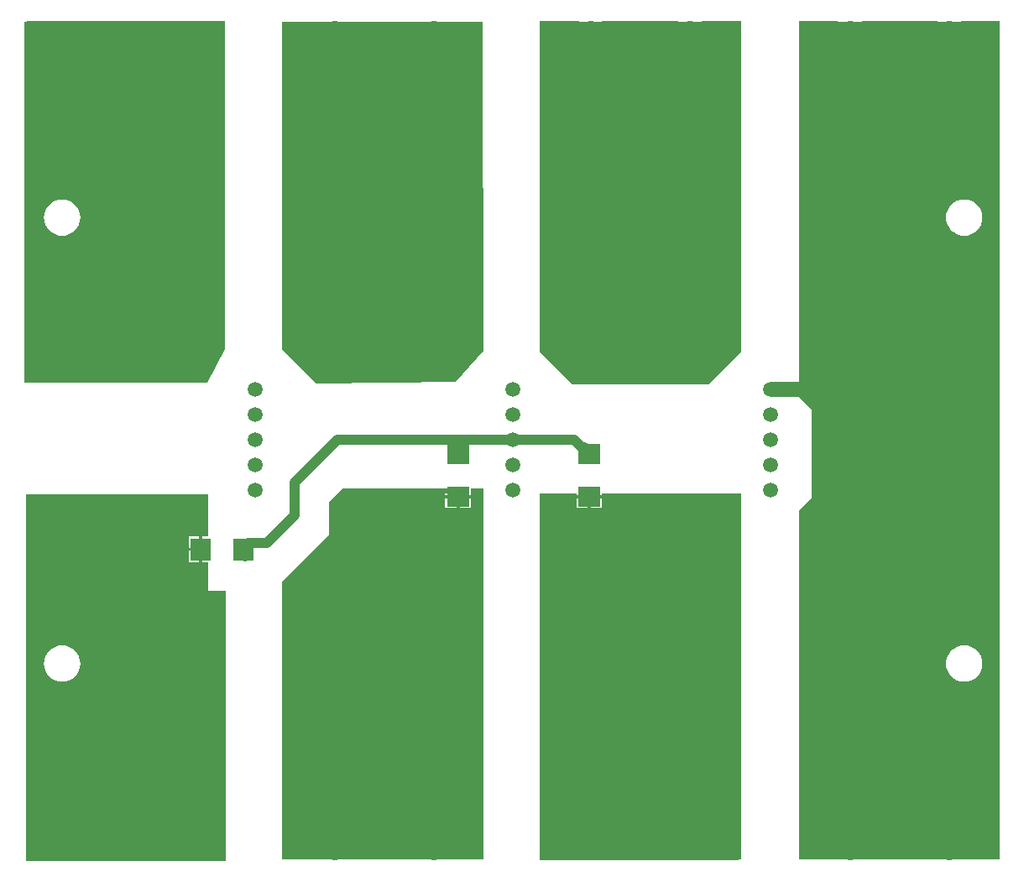
<source format=gbr>
%TF.GenerationSoftware,Altium Limited,Altium Designer,21.6.4 (81)*%
G04 Layer_Physical_Order=1*
G04 Layer_Color=255*
%FSLAX43Y43*%
%MOMM*%
%TF.SameCoordinates,1AC814DF-7433-4E0E-8A45-847F92D72221*%
%TF.FilePolarity,Positive*%
%TF.FileFunction,Copper,L1,Top,Signal*%
%TF.Part,Single*%
G01*
G75*
%TA.AperFunction,SMDPad,CuDef*%
%ADD10R,2.300X2.000*%
%ADD11R,2.000X2.300*%
%TA.AperFunction,Conductor*%
%ADD12C,1.000*%
%ADD13R,3.325X0.564*%
%ADD14R,20.123X15.977*%
%ADD15R,20.242X15.815*%
%ADD16R,20.051X15.773*%
%ADD17R,20.269X15.803*%
%ADD18R,20.200X15.826*%
%ADD19R,20.150X15.977*%
%ADD20R,20.179X15.784*%
%ADD21R,20.047X15.795*%
%ADD22R,6.845X1.500*%
%TA.AperFunction,ComponentPad*%
%ADD23O,5.080X5.588*%
%ADD24C,1.500*%
%TA.AperFunction,ViaPad*%
%ADD25C,1.800*%
G36*
X73969Y63811D02*
Y51897D01*
X70739Y48666D01*
X57000D01*
X53700Y51966D01*
Y85325D01*
X57676D01*
X57701Y85198D01*
X57605Y85158D01*
X57244Y84937D01*
X56922Y84662D01*
X56647Y84340D01*
X56426Y83979D01*
X56264Y83588D01*
X56165Y83176D01*
X56132Y82754D01*
Y82650D01*
X58830D01*
X61529D01*
Y82754D01*
X61495Y83176D01*
X61396Y83588D01*
X61234Y83979D01*
X61013Y84340D01*
X60738Y84662D01*
X60416Y84937D01*
X60055Y85158D01*
X59959Y85198D01*
X59985Y85325D01*
X67676D01*
X67701Y85198D01*
X67605Y85158D01*
X67244Y84937D01*
X66922Y84662D01*
X66647Y84340D01*
X66426Y83979D01*
X66264Y83588D01*
X66165Y83176D01*
X66132Y82754D01*
Y82650D01*
X68830D01*
X71529D01*
Y82754D01*
X71495Y83176D01*
X71396Y83588D01*
X71234Y83979D01*
X71013Y84340D01*
X70738Y84662D01*
X70416Y84937D01*
X70055Y85158D01*
X69959Y85198D01*
X69985Y85325D01*
X73969D01*
Y63811D01*
D02*
G37*
G36*
X100080Y21056D02*
X100080Y718D01*
X96250D01*
X96225Y842D01*
X96586Y1063D01*
X96908Y1338D01*
X97183Y1660D01*
X97404Y2021D01*
X97566Y2412D01*
X97665Y2824D01*
X97698Y3246D01*
Y3350D01*
X92302D01*
Y3246D01*
X92335Y2824D01*
X92434Y2412D01*
X92596Y2021D01*
X92817Y1660D01*
X93092Y1338D01*
X93414Y1063D01*
X93775Y842D01*
X93750Y718D01*
X86250D01*
X86225Y842D01*
X86586Y1063D01*
X86908Y1338D01*
X87183Y1660D01*
X87404Y2021D01*
X87566Y2412D01*
X87665Y2824D01*
X87698Y3246D01*
Y3350D01*
X82302D01*
Y3246D01*
X82335Y2824D01*
X82434Y2412D01*
X82596Y2021D01*
X82817Y1660D01*
X83092Y1338D01*
X83414Y1063D01*
X83775Y842D01*
X83750Y718D01*
X79842D01*
Y35999D01*
X81125Y37282D01*
Y46127D01*
X79842Y47410D01*
Y85293D01*
X83775D01*
X83800Y85169D01*
X83775Y85158D01*
X83414Y84937D01*
X83092Y84662D01*
X82817Y84340D01*
X82596Y83979D01*
X82434Y83588D01*
X82335Y83176D01*
X82302Y82754D01*
Y82650D01*
X85000D01*
X87698D01*
Y82754D01*
X87665Y83176D01*
X87566Y83588D01*
X87404Y83979D01*
X87183Y84340D01*
X86908Y84662D01*
X86586Y84937D01*
X86225Y85158D01*
X86200Y85169D01*
X86225Y85293D01*
X93775D01*
X93800Y85169D01*
X93775Y85158D01*
X93414Y84937D01*
X93092Y84662D01*
X92817Y84340D01*
X92596Y83979D01*
X92434Y83588D01*
X92335Y83176D01*
X92302Y82754D01*
Y82650D01*
X95000D01*
X97698D01*
Y82754D01*
X97665Y83176D01*
X97566Y83588D01*
X97404Y83979D01*
X97183Y84340D01*
X96908Y84662D01*
X96586Y84937D01*
X96225Y85158D01*
X96200Y85169D01*
X96225Y85293D01*
X100080D01*
Y21056D01*
D02*
G37*
G36*
X47982Y52023D02*
X45199Y48908D01*
X31139Y48786D01*
X27700Y52225D01*
X27700Y85228D01*
X31646D01*
X31681Y85101D01*
X31414Y84937D01*
X31092Y84662D01*
X30817Y84340D01*
X30596Y83979D01*
X30434Y83588D01*
X30335Y83176D01*
X30302Y82754D01*
Y82650D01*
X33000D01*
X35698D01*
Y82754D01*
X35665Y83176D01*
X35566Y83588D01*
X35404Y83979D01*
X35183Y84340D01*
X34908Y84662D01*
X34586Y84937D01*
X34319Y85101D01*
X34354Y85228D01*
X41646D01*
X41681Y85101D01*
X41414Y84937D01*
X41092Y84662D01*
X40817Y84340D01*
X40596Y83979D01*
X40434Y83588D01*
X40335Y83176D01*
X40302Y82754D01*
Y82650D01*
X43000D01*
X45698D01*
Y82754D01*
X45665Y83176D01*
X45566Y83588D01*
X45404Y83979D01*
X45183Y84340D01*
X44908Y84662D01*
X44586Y84937D01*
X44319Y85101D01*
X44354Y85228D01*
X47938D01*
X47982Y52023D01*
D02*
G37*
G36*
X21969Y63714D02*
Y52234D01*
X20178Y48870D01*
X1700D01*
Y85228D01*
X5646D01*
X5681Y85101D01*
X5414Y84937D01*
X5092Y84662D01*
X4817Y84340D01*
X4596Y83979D01*
X4434Y83588D01*
X4335Y83176D01*
X4302Y82754D01*
Y82650D01*
X7000D01*
X9698D01*
Y82754D01*
X9665Y83176D01*
X9566Y83588D01*
X9404Y83979D01*
X9183Y84340D01*
X8908Y84662D01*
X8586Y84937D01*
X8319Y85101D01*
X8354Y85228D01*
X15646D01*
X15681Y85101D01*
X15414Y84937D01*
X15092Y84662D01*
X14817Y84340D01*
X14596Y83979D01*
X14434Y83588D01*
X14335Y83176D01*
X14302Y82754D01*
Y82650D01*
X17000D01*
X19698D01*
Y82754D01*
X19665Y83176D01*
X19566Y83588D01*
X19404Y83979D01*
X19183Y84340D01*
X18908Y84662D01*
X18586Y84937D01*
X18319Y85101D01*
X18354Y85228D01*
X21969D01*
Y63714D01*
D02*
G37*
G36*
X48005Y27922D02*
X47969Y720D01*
X44298D01*
X44232Y840D01*
X44233Y847D01*
X44586Y1063D01*
X44908Y1338D01*
X45183Y1660D01*
X45404Y2021D01*
X45566Y2412D01*
X45665Y2824D01*
X45698Y3246D01*
Y3350D01*
X40302D01*
Y3246D01*
X40335Y2824D01*
X40434Y2412D01*
X40596Y2021D01*
X40817Y1660D01*
X41092Y1338D01*
X41414Y1063D01*
X41767Y847D01*
X41768Y840D01*
X41702Y720D01*
X34298D01*
X34232Y840D01*
X34233Y847D01*
X34586Y1063D01*
X34908Y1338D01*
X35183Y1660D01*
X35404Y2021D01*
X35566Y2412D01*
X35665Y2824D01*
X35698Y3246D01*
Y3350D01*
X30302D01*
Y3246D01*
X30335Y2824D01*
X30434Y2412D01*
X30596Y2021D01*
X30817Y1660D01*
X31092Y1338D01*
X31414Y1063D01*
X31767Y847D01*
X31768Y840D01*
X31702Y720D01*
X27720D01*
Y28787D01*
X32440Y33507D01*
X32435Y36835D01*
X33775Y38175D01*
X44150D01*
Y37500D01*
X45450D01*
X46750D01*
Y38175D01*
X48005D01*
Y27922D01*
D02*
G37*
G36*
X73969Y20675D02*
X73969Y720D01*
X70234Y716D01*
X70209Y841D01*
X70211Y842D01*
X70572Y1063D01*
X70894Y1338D01*
X71169Y1660D01*
X71391Y2021D01*
X71553Y2412D01*
X71651Y2824D01*
X71685Y3246D01*
Y3350D01*
X66288D01*
Y3246D01*
X66321Y2824D01*
X66420Y2412D01*
X66582Y2021D01*
X66803Y1660D01*
X67078Y1338D01*
X67400Y1063D01*
X67761Y842D01*
X67770Y838D01*
X67745Y714D01*
X60210Y706D01*
X60185Y831D01*
X60211Y842D01*
X60572Y1063D01*
X60894Y1338D01*
X61169Y1660D01*
X61391Y2021D01*
X61553Y2412D01*
X61652Y2824D01*
X61685Y3246D01*
Y3350D01*
X56288D01*
Y3246D01*
X56321Y2824D01*
X56420Y2412D01*
X56582Y2021D01*
X56803Y1660D01*
X57078Y1338D01*
X57400Y1063D01*
X57761Y842D01*
X57793Y829D01*
X57769Y704D01*
X53790Y700D01*
X53700Y790D01*
Y27884D01*
Y37675D01*
X57367D01*
Y37500D01*
X58667D01*
X59967D01*
Y37675D01*
X73969D01*
Y20675D01*
D02*
G37*
G36*
X20275Y33325D02*
X19615D01*
Y32025D01*
Y30725D01*
X20275D01*
Y27837D01*
X21978D01*
Y701D01*
X18211D01*
X18186Y826D01*
X18225Y842D01*
X18586Y1063D01*
X18908Y1338D01*
X19183Y1660D01*
X19404Y2021D01*
X19566Y2412D01*
X19665Y2824D01*
X19698Y3246D01*
Y3350D01*
X14302D01*
Y3246D01*
X14335Y2824D01*
X14434Y2412D01*
X14596Y2021D01*
X14817Y1660D01*
X15092Y1338D01*
X15414Y1063D01*
X15775Y842D01*
X15814Y826D01*
X15789Y701D01*
X8211D01*
X8186Y826D01*
X8225Y842D01*
X8586Y1063D01*
X8908Y1338D01*
X9183Y1660D01*
X9404Y2021D01*
X9566Y2412D01*
X9665Y2824D01*
X9698Y3246D01*
Y3350D01*
X4302D01*
Y3246D01*
X4335Y2824D01*
X4434Y2412D01*
X4596Y2021D01*
X4817Y1660D01*
X5092Y1338D01*
X5414Y1063D01*
X5775Y842D01*
X5814Y826D01*
X5789Y701D01*
X1854D01*
Y37550D01*
X20275D01*
Y33325D01*
D02*
G37*
%LPC*%
G36*
X68680Y82350D02*
X66132D01*
Y82246D01*
X66165Y81824D01*
X66264Y81412D01*
X66426Y81021D01*
X66647Y80660D01*
X66922Y80338D01*
X67244Y80063D01*
X67605Y79842D01*
X67996Y79680D01*
X68408Y79581D01*
X68680Y79559D01*
Y82350D01*
D02*
G37*
G36*
X58680D02*
X56132D01*
Y82246D01*
X56165Y81824D01*
X56264Y81412D01*
X56426Y81021D01*
X56647Y80660D01*
X56922Y80338D01*
X57244Y80063D01*
X57605Y79842D01*
X57996Y79680D01*
X58408Y79581D01*
X58680Y79559D01*
Y82350D01*
D02*
G37*
G36*
X71529D02*
X68980D01*
Y79559D01*
X69252Y79581D01*
X69664Y79680D01*
X70055Y79842D01*
X70416Y80063D01*
X70738Y80338D01*
X71013Y80660D01*
X71234Y81021D01*
X71396Y81412D01*
X71495Y81824D01*
X71529Y82246D01*
Y82350D01*
D02*
G37*
G36*
X61529D02*
X58980D01*
Y79559D01*
X59252Y79581D01*
X59664Y79680D01*
X60055Y79842D01*
X60416Y80063D01*
X60738Y80338D01*
X61013Y80660D01*
X61234Y81021D01*
X61396Y81412D01*
X61495Y81824D01*
X61529Y82246D01*
Y82350D01*
D02*
G37*
G36*
X68980Y75441D02*
Y72650D01*
X71529D01*
Y72754D01*
X71495Y73176D01*
X71396Y73588D01*
X71234Y73979D01*
X71013Y74340D01*
X70738Y74662D01*
X70416Y74937D01*
X70055Y75158D01*
X69664Y75320D01*
X69252Y75419D01*
X68980Y75441D01*
D02*
G37*
G36*
X58980D02*
Y72650D01*
X61529D01*
Y72754D01*
X61495Y73176D01*
X61396Y73588D01*
X61234Y73979D01*
X61013Y74340D01*
X60738Y74662D01*
X60416Y74937D01*
X60055Y75158D01*
X59664Y75320D01*
X59252Y75419D01*
X58980Y75441D01*
D02*
G37*
G36*
X68680Y75441D02*
X68408Y75419D01*
X67996Y75320D01*
X67605Y75158D01*
X67244Y74937D01*
X66922Y74662D01*
X66647Y74340D01*
X66426Y73979D01*
X66264Y73588D01*
X66165Y73176D01*
X66132Y72754D01*
Y72650D01*
X68680D01*
Y75441D01*
D02*
G37*
G36*
X58680D02*
X58408Y75419D01*
X57996Y75320D01*
X57605Y75158D01*
X57244Y74937D01*
X56922Y74662D01*
X56647Y74340D01*
X56426Y73979D01*
X56264Y73588D01*
X56165Y73176D01*
X56132Y72754D01*
Y72650D01*
X58680D01*
Y75441D01*
D02*
G37*
G36*
X68680Y72350D02*
X66132D01*
Y72246D01*
X66165Y71824D01*
X66264Y71412D01*
X66426Y71021D01*
X66647Y70660D01*
X66922Y70338D01*
X67244Y70063D01*
X67605Y69842D01*
X67996Y69680D01*
X68408Y69581D01*
X68680Y69559D01*
Y72350D01*
D02*
G37*
G36*
X58680D02*
X56132D01*
Y72246D01*
X56165Y71824D01*
X56264Y71412D01*
X56426Y71021D01*
X56647Y70660D01*
X56922Y70338D01*
X57244Y70063D01*
X57605Y69842D01*
X57996Y69680D01*
X58408Y69581D01*
X58680Y69559D01*
Y72350D01*
D02*
G37*
G36*
X71529D02*
X68980D01*
Y69559D01*
X69252Y69581D01*
X69664Y69680D01*
X70055Y69842D01*
X70416Y70063D01*
X70738Y70338D01*
X71013Y70660D01*
X71234Y71021D01*
X71396Y71412D01*
X71495Y71824D01*
X71529Y72246D01*
Y72350D01*
D02*
G37*
G36*
X61529D02*
X58980D01*
Y69559D01*
X59252Y69581D01*
X59664Y69680D01*
X60055Y69842D01*
X60416Y70063D01*
X60738Y70338D01*
X61013Y70660D01*
X61234Y71021D01*
X61396Y71412D01*
X61495Y71824D01*
X61529Y72246D01*
Y72350D01*
D02*
G37*
G36*
X94850Y82350D02*
X92302D01*
Y82246D01*
X92335Y81824D01*
X92434Y81412D01*
X92596Y81021D01*
X92817Y80660D01*
X93092Y80338D01*
X93414Y80063D01*
X93775Y79842D01*
X94166Y79680D01*
X94578Y79581D01*
X94850Y79559D01*
Y82350D01*
D02*
G37*
G36*
X84850D02*
X82302D01*
Y82246D01*
X82335Y81824D01*
X82434Y81412D01*
X82596Y81021D01*
X82817Y80660D01*
X83092Y80338D01*
X83414Y80063D01*
X83775Y79842D01*
X84166Y79680D01*
X84578Y79581D01*
X84850Y79559D01*
Y82350D01*
D02*
G37*
G36*
X97698D02*
X95150D01*
Y79559D01*
X95422Y79581D01*
X95834Y79680D01*
X96225Y79842D01*
X96586Y80063D01*
X96908Y80338D01*
X97183Y80660D01*
X97404Y81021D01*
X97566Y81412D01*
X97665Y81824D01*
X97698Y82246D01*
Y82350D01*
D02*
G37*
G36*
X87698D02*
X85150D01*
Y79559D01*
X85422Y79581D01*
X85834Y79680D01*
X86225Y79842D01*
X86586Y80063D01*
X86908Y80338D01*
X87183Y80660D01*
X87404Y81021D01*
X87566Y81412D01*
X87665Y81824D01*
X87698Y82246D01*
Y82350D01*
D02*
G37*
G36*
X85150Y75441D02*
Y72650D01*
X87698D01*
Y72754D01*
X87665Y73176D01*
X87566Y73588D01*
X87404Y73979D01*
X87183Y74340D01*
X86908Y74662D01*
X86586Y74937D01*
X86225Y75158D01*
X85834Y75320D01*
X85422Y75419D01*
X85150Y75441D01*
D02*
G37*
G36*
X95150D02*
Y72650D01*
X97698D01*
Y72754D01*
X97665Y73176D01*
X97566Y73588D01*
X97404Y73979D01*
X97183Y74340D01*
X96908Y74662D01*
X96586Y74937D01*
X96225Y75158D01*
X95834Y75320D01*
X95422Y75419D01*
X95150Y75441D01*
D02*
G37*
G36*
X84850Y75441D02*
X84578Y75419D01*
X84166Y75320D01*
X83775Y75158D01*
X83414Y74937D01*
X83092Y74662D01*
X82817Y74340D01*
X82596Y73979D01*
X82434Y73588D01*
X82335Y73176D01*
X82302Y72754D01*
Y72650D01*
X84850D01*
Y75441D01*
D02*
G37*
G36*
X94850D02*
X94578Y75419D01*
X94166Y75320D01*
X93775Y75158D01*
X93414Y74937D01*
X93092Y74662D01*
X92817Y74340D01*
X92596Y73979D01*
X92434Y73588D01*
X92335Y73176D01*
X92302Y72754D01*
Y72650D01*
X94850D01*
Y75441D01*
D02*
G37*
G36*
Y72350D02*
X92302D01*
Y72246D01*
X92335Y71824D01*
X92434Y71412D01*
X92596Y71021D01*
X92817Y70660D01*
X93092Y70338D01*
X93414Y70063D01*
X93775Y69842D01*
X94166Y69680D01*
X94578Y69581D01*
X94850Y69559D01*
Y72350D01*
D02*
G37*
G36*
X84850D02*
X82302D01*
Y72246D01*
X82335Y71824D01*
X82434Y71412D01*
X82596Y71021D01*
X82817Y70660D01*
X83092Y70338D01*
X83414Y70063D01*
X83775Y69842D01*
X84166Y69680D01*
X84578Y69581D01*
X84850Y69559D01*
Y72350D01*
D02*
G37*
G36*
X97698D02*
X95150D01*
Y69559D01*
X95422Y69581D01*
X95834Y69680D01*
X96225Y69842D01*
X96586Y70063D01*
X96908Y70338D01*
X97183Y70660D01*
X97404Y71021D01*
X97566Y71412D01*
X97665Y71824D01*
X97698Y72246D01*
Y72350D01*
D02*
G37*
G36*
X87698D02*
X85150D01*
Y69559D01*
X85422Y69581D01*
X85834Y69680D01*
X86225Y69842D01*
X86586Y70063D01*
X86908Y70338D01*
X87183Y70660D01*
X87404Y71021D01*
X87566Y71412D01*
X87665Y71824D01*
X87698Y72246D01*
Y72350D01*
D02*
G37*
G36*
X96500Y67336D02*
X96142Y67301D01*
X95797Y67196D01*
X95480Y67026D01*
X95202Y66798D01*
X94974Y66520D01*
X94804Y66203D01*
X94699Y65858D01*
X94664Y65500D01*
X94699Y65142D01*
X94804Y64797D01*
X94974Y64480D01*
X95202Y64202D01*
X95480Y63974D01*
X95797Y63804D01*
X96142Y63699D01*
X96500Y63664D01*
X96858Y63699D01*
X97203Y63804D01*
X97520Y63974D01*
X97798Y64202D01*
X98026Y64480D01*
X98196Y64797D01*
X98301Y65142D01*
X98336Y65500D01*
X98301Y65858D01*
X98196Y66203D01*
X98026Y66520D01*
X97798Y66798D01*
X97520Y67026D01*
X97203Y67196D01*
X96858Y67301D01*
X96500Y67336D01*
D02*
G37*
G36*
Y22336D02*
X96142Y22301D01*
X95797Y22196D01*
X95480Y22026D01*
X95202Y21798D01*
X94974Y21520D01*
X94804Y21203D01*
X94699Y20858D01*
X94664Y20500D01*
X94699Y20142D01*
X94804Y19797D01*
X94974Y19480D01*
X95202Y19202D01*
X95480Y18974D01*
X95797Y18804D01*
X96142Y18699D01*
X96500Y18664D01*
X96858Y18699D01*
X97203Y18804D01*
X97520Y18974D01*
X97798Y19202D01*
X98026Y19480D01*
X98196Y19797D01*
X98301Y20142D01*
X98336Y20500D01*
X98301Y20858D01*
X98196Y21203D01*
X98026Y21520D01*
X97798Y21798D01*
X97520Y22026D01*
X97203Y22196D01*
X96858Y22301D01*
X96500Y22336D01*
D02*
G37*
G36*
X95150Y16441D02*
Y13650D01*
X97698D01*
Y13754D01*
X97665Y14176D01*
X97566Y14588D01*
X97404Y14979D01*
X97183Y15340D01*
X96908Y15662D01*
X96586Y15937D01*
X96225Y16158D01*
X95834Y16320D01*
X95422Y16419D01*
X95150Y16441D01*
D02*
G37*
G36*
X94850D02*
X94578Y16419D01*
X94166Y16320D01*
X93775Y16158D01*
X93414Y15937D01*
X93092Y15662D01*
X92817Y15340D01*
X92596Y14979D01*
X92434Y14588D01*
X92335Y14176D01*
X92302Y13754D01*
Y13650D01*
X94850D01*
Y16441D01*
D02*
G37*
G36*
X85150D02*
Y13650D01*
X87698D01*
Y13754D01*
X87665Y14176D01*
X87566Y14588D01*
X87404Y14979D01*
X87183Y15340D01*
X86908Y15662D01*
X86586Y15937D01*
X86225Y16158D01*
X85834Y16320D01*
X85422Y16419D01*
X85150Y16441D01*
D02*
G37*
G36*
X84850D02*
X84578Y16419D01*
X84166Y16320D01*
X83775Y16158D01*
X83414Y15937D01*
X83092Y15662D01*
X82817Y15340D01*
X82596Y14979D01*
X82434Y14588D01*
X82335Y14176D01*
X82302Y13754D01*
Y13650D01*
X84850D01*
Y16441D01*
D02*
G37*
G36*
X97698Y13350D02*
X95150D01*
Y10559D01*
X95422Y10581D01*
X95834Y10680D01*
X96225Y10842D01*
X96586Y11063D01*
X96908Y11338D01*
X97183Y11660D01*
X97404Y12021D01*
X97566Y12412D01*
X97665Y12824D01*
X97698Y13246D01*
Y13350D01*
D02*
G37*
G36*
X94850D02*
X92302D01*
Y13246D01*
X92335Y12824D01*
X92434Y12412D01*
X92596Y12021D01*
X92817Y11660D01*
X93092Y11338D01*
X93414Y11063D01*
X93775Y10842D01*
X94166Y10680D01*
X94578Y10581D01*
X94850Y10559D01*
Y13350D01*
D02*
G37*
G36*
X87698D02*
X85150D01*
Y10559D01*
X85422Y10581D01*
X85834Y10680D01*
X86225Y10842D01*
X86586Y11063D01*
X86908Y11338D01*
X87183Y11660D01*
X87404Y12021D01*
X87566Y12412D01*
X87665Y12824D01*
X87698Y13246D01*
Y13350D01*
D02*
G37*
G36*
X84850D02*
X82302D01*
Y13246D01*
X82335Y12824D01*
X82434Y12412D01*
X82596Y12021D01*
X82817Y11660D01*
X83092Y11338D01*
X83414Y11063D01*
X83775Y10842D01*
X84166Y10680D01*
X84578Y10581D01*
X84850Y10559D01*
Y13350D01*
D02*
G37*
G36*
X95150Y6441D02*
Y3650D01*
X97698D01*
Y3754D01*
X97665Y4176D01*
X97566Y4588D01*
X97404Y4979D01*
X97183Y5340D01*
X96908Y5662D01*
X96586Y5937D01*
X96225Y6158D01*
X95834Y6320D01*
X95422Y6419D01*
X95150Y6441D01*
D02*
G37*
G36*
X94850D02*
X94578Y6419D01*
X94166Y6320D01*
X93775Y6158D01*
X93414Y5937D01*
X93092Y5662D01*
X92817Y5340D01*
X92596Y4979D01*
X92434Y4588D01*
X92335Y4176D01*
X92302Y3754D01*
Y3650D01*
X94850D01*
Y6441D01*
D02*
G37*
G36*
X85150D02*
Y3650D01*
X87698D01*
Y3754D01*
X87665Y4176D01*
X87566Y4588D01*
X87404Y4979D01*
X87183Y5340D01*
X86908Y5662D01*
X86586Y5937D01*
X86225Y6158D01*
X85834Y6320D01*
X85422Y6419D01*
X85150Y6441D01*
D02*
G37*
G36*
X84850D02*
X84578Y6419D01*
X84166Y6320D01*
X83775Y6158D01*
X83414Y5937D01*
X83092Y5662D01*
X82817Y5340D01*
X82596Y4979D01*
X82434Y4588D01*
X82335Y4176D01*
X82302Y3754D01*
Y3650D01*
X84850D01*
Y6441D01*
D02*
G37*
G36*
X42850Y82350D02*
X40302D01*
Y82246D01*
X40335Y81824D01*
X40434Y81412D01*
X40596Y81021D01*
X40817Y80660D01*
X41092Y80338D01*
X41414Y80063D01*
X41775Y79842D01*
X42166Y79680D01*
X42578Y79581D01*
X42850Y79559D01*
Y82350D01*
D02*
G37*
G36*
X32850D02*
X30302D01*
Y82246D01*
X30335Y81824D01*
X30434Y81412D01*
X30596Y81021D01*
X30817Y80660D01*
X31092Y80338D01*
X31414Y80063D01*
X31775Y79842D01*
X32166Y79680D01*
X32578Y79581D01*
X32850Y79559D01*
Y82350D01*
D02*
G37*
G36*
X45698D02*
X43150D01*
Y79559D01*
X43422Y79581D01*
X43834Y79680D01*
X44225Y79842D01*
X44586Y80063D01*
X44908Y80338D01*
X45183Y80660D01*
X45404Y81021D01*
X45566Y81412D01*
X45665Y81824D01*
X45698Y82246D01*
Y82350D01*
D02*
G37*
G36*
X35698D02*
X33150D01*
Y79559D01*
X33422Y79581D01*
X33834Y79680D01*
X34225Y79842D01*
X34586Y80063D01*
X34908Y80338D01*
X35183Y80660D01*
X35404Y81021D01*
X35566Y81412D01*
X35665Y81824D01*
X35698Y82246D01*
Y82350D01*
D02*
G37*
G36*
X33150Y75441D02*
Y72650D01*
X35698D01*
Y72754D01*
X35665Y73176D01*
X35566Y73588D01*
X35404Y73979D01*
X35183Y74340D01*
X34908Y74662D01*
X34586Y74937D01*
X34225Y75158D01*
X33834Y75320D01*
X33422Y75419D01*
X33150Y75441D01*
D02*
G37*
G36*
X43150D02*
Y72650D01*
X45698D01*
Y72754D01*
X45665Y73176D01*
X45566Y73588D01*
X45404Y73979D01*
X45183Y74340D01*
X44908Y74662D01*
X44586Y74937D01*
X44225Y75158D01*
X43834Y75320D01*
X43422Y75419D01*
X43150Y75441D01*
D02*
G37*
G36*
X32850D02*
X32578Y75419D01*
X32166Y75320D01*
X31775Y75158D01*
X31414Y74937D01*
X31092Y74662D01*
X30817Y74340D01*
X30596Y73979D01*
X30434Y73588D01*
X30335Y73176D01*
X30302Y72754D01*
Y72650D01*
X32850D01*
Y75441D01*
D02*
G37*
G36*
X42850D02*
X42578Y75419D01*
X42166Y75320D01*
X41775Y75158D01*
X41414Y74937D01*
X41092Y74662D01*
X40817Y74340D01*
X40596Y73979D01*
X40434Y73588D01*
X40335Y73176D01*
X40302Y72754D01*
Y72650D01*
X42850D01*
Y75441D01*
D02*
G37*
G36*
Y72350D02*
X40302D01*
Y72246D01*
X40335Y71824D01*
X40434Y71412D01*
X40596Y71021D01*
X40817Y70660D01*
X41092Y70338D01*
X41414Y70063D01*
X41775Y69842D01*
X42166Y69680D01*
X42578Y69581D01*
X42850Y69559D01*
Y72350D01*
D02*
G37*
G36*
X32850D02*
X30302D01*
Y72246D01*
X30335Y71824D01*
X30434Y71412D01*
X30596Y71021D01*
X30817Y70660D01*
X31092Y70338D01*
X31414Y70063D01*
X31775Y69842D01*
X32166Y69680D01*
X32578Y69581D01*
X32850Y69559D01*
Y72350D01*
D02*
G37*
G36*
X45698D02*
X43150D01*
Y69559D01*
X43422Y69581D01*
X43834Y69680D01*
X44225Y69842D01*
X44586Y70063D01*
X44908Y70338D01*
X45183Y70660D01*
X45404Y71021D01*
X45566Y71412D01*
X45665Y71824D01*
X45698Y72246D01*
Y72350D01*
D02*
G37*
G36*
X35698D02*
X33150D01*
Y69559D01*
X33422Y69581D01*
X33834Y69680D01*
X34225Y69842D01*
X34586Y70063D01*
X34908Y70338D01*
X35183Y70660D01*
X35404Y71021D01*
X35566Y71412D01*
X35665Y71824D01*
X35698Y72246D01*
Y72350D01*
D02*
G37*
G36*
X19698Y82350D02*
X17150D01*
Y79559D01*
X17422Y79581D01*
X17834Y79680D01*
X18225Y79842D01*
X18586Y80063D01*
X18908Y80338D01*
X19183Y80660D01*
X19404Y81021D01*
X19566Y81412D01*
X19665Y81824D01*
X19698Y82246D01*
Y82350D01*
D02*
G37*
G36*
X9698D02*
X7150D01*
Y79559D01*
X7422Y79581D01*
X7834Y79680D01*
X8225Y79842D01*
X8586Y80063D01*
X8908Y80338D01*
X9183Y80660D01*
X9404Y81021D01*
X9566Y81412D01*
X9665Y81824D01*
X9698Y82246D01*
Y82350D01*
D02*
G37*
G36*
X16850D02*
X14302D01*
Y82246D01*
X14335Y81824D01*
X14434Y81412D01*
X14596Y81021D01*
X14817Y80660D01*
X15092Y80338D01*
X15414Y80063D01*
X15775Y79842D01*
X16166Y79680D01*
X16578Y79581D01*
X16850Y79559D01*
Y82350D01*
D02*
G37*
G36*
X6850D02*
X4302D01*
Y82246D01*
X4335Y81824D01*
X4434Y81412D01*
X4596Y81021D01*
X4817Y80660D01*
X5092Y80338D01*
X5414Y80063D01*
X5775Y79842D01*
X6166Y79680D01*
X6578Y79581D01*
X6850Y79559D01*
Y82350D01*
D02*
G37*
G36*
X7150Y75441D02*
Y72650D01*
X9698D01*
Y72754D01*
X9665Y73176D01*
X9566Y73588D01*
X9404Y73979D01*
X9183Y74340D01*
X8908Y74662D01*
X8586Y74937D01*
X8225Y75158D01*
X7834Y75320D01*
X7422Y75419D01*
X7150Y75441D01*
D02*
G37*
G36*
X17150D02*
Y72650D01*
X19698D01*
Y72754D01*
X19665Y73176D01*
X19566Y73588D01*
X19404Y73979D01*
X19183Y74340D01*
X18908Y74662D01*
X18586Y74937D01*
X18225Y75158D01*
X17834Y75320D01*
X17422Y75419D01*
X17150Y75441D01*
D02*
G37*
G36*
X6850D02*
X6578Y75419D01*
X6166Y75320D01*
X5775Y75158D01*
X5414Y74937D01*
X5092Y74662D01*
X4817Y74340D01*
X4596Y73979D01*
X4434Y73588D01*
X4335Y73176D01*
X4302Y72754D01*
Y72650D01*
X6850D01*
Y75441D01*
D02*
G37*
G36*
X16850D02*
X16578Y75419D01*
X16166Y75320D01*
X15775Y75158D01*
X15414Y74937D01*
X15092Y74662D01*
X14817Y74340D01*
X14596Y73979D01*
X14434Y73588D01*
X14335Y73176D01*
X14302Y72754D01*
Y72650D01*
X16850D01*
Y75441D01*
D02*
G37*
G36*
X19698Y72350D02*
X17150D01*
Y69559D01*
X17422Y69581D01*
X17834Y69680D01*
X18225Y69842D01*
X18586Y70063D01*
X18908Y70338D01*
X19183Y70660D01*
X19404Y71021D01*
X19566Y71412D01*
X19665Y71824D01*
X19698Y72246D01*
Y72350D01*
D02*
G37*
G36*
X9698D02*
X7150D01*
Y69559D01*
X7422Y69581D01*
X7834Y69680D01*
X8225Y69842D01*
X8586Y70063D01*
X8908Y70338D01*
X9183Y70660D01*
X9404Y71021D01*
X9566Y71412D01*
X9665Y71824D01*
X9698Y72246D01*
Y72350D01*
D02*
G37*
G36*
X16850D02*
X14302D01*
Y72246D01*
X14335Y71824D01*
X14434Y71412D01*
X14596Y71021D01*
X14817Y70660D01*
X15092Y70338D01*
X15414Y70063D01*
X15775Y69842D01*
X16166Y69680D01*
X16578Y69581D01*
X16850Y69559D01*
Y72350D01*
D02*
G37*
G36*
X6850D02*
X4302D01*
Y72246D01*
X4335Y71824D01*
X4434Y71412D01*
X4596Y71021D01*
X4817Y70660D01*
X5092Y70338D01*
X5414Y70063D01*
X5775Y69842D01*
X6166Y69680D01*
X6578Y69581D01*
X6850Y69559D01*
Y72350D01*
D02*
G37*
G36*
X5500Y67336D02*
X5142Y67301D01*
X4797Y67196D01*
X4480Y67026D01*
X4202Y66798D01*
X3974Y66520D01*
X3804Y66203D01*
X3699Y65858D01*
X3664Y65500D01*
X3699Y65142D01*
X3804Y64797D01*
X3974Y64480D01*
X4202Y64202D01*
X4480Y63974D01*
X4797Y63804D01*
X5142Y63699D01*
X5500Y63664D01*
X5858Y63699D01*
X6203Y63804D01*
X6520Y63974D01*
X6798Y64202D01*
X7026Y64480D01*
X7196Y64797D01*
X7301Y65142D01*
X7336Y65500D01*
X7301Y65858D01*
X7196Y66203D01*
X7026Y66520D01*
X6798Y66798D01*
X6520Y67026D01*
X6203Y67196D01*
X5858Y67301D01*
X5500Y67336D01*
D02*
G37*
G36*
X46750Y37200D02*
X45600D01*
Y36200D01*
X46750D01*
Y37200D01*
D02*
G37*
G36*
X45300D02*
X44150D01*
Y36200D01*
X45300D01*
Y37200D01*
D02*
G37*
G36*
X43150Y16441D02*
Y13650D01*
X45698D01*
Y13754D01*
X45665Y14176D01*
X45566Y14588D01*
X45404Y14979D01*
X45183Y15340D01*
X44908Y15662D01*
X44586Y15937D01*
X44225Y16158D01*
X43834Y16320D01*
X43422Y16419D01*
X43150Y16441D01*
D02*
G37*
G36*
X42850D02*
X42578Y16419D01*
X42166Y16320D01*
X41775Y16158D01*
X41414Y15937D01*
X41092Y15662D01*
X40817Y15340D01*
X40596Y14979D01*
X40434Y14588D01*
X40335Y14176D01*
X40302Y13754D01*
Y13650D01*
X42850D01*
Y16441D01*
D02*
G37*
G36*
X33150D02*
Y13650D01*
X35698D01*
Y13754D01*
X35665Y14176D01*
X35566Y14588D01*
X35404Y14979D01*
X35183Y15340D01*
X34908Y15662D01*
X34586Y15937D01*
X34225Y16158D01*
X33834Y16320D01*
X33422Y16419D01*
X33150Y16441D01*
D02*
G37*
G36*
X32850D02*
X32578Y16419D01*
X32166Y16320D01*
X31775Y16158D01*
X31414Y15937D01*
X31092Y15662D01*
X30817Y15340D01*
X30596Y14979D01*
X30434Y14588D01*
X30335Y14176D01*
X30302Y13754D01*
Y13650D01*
X32850D01*
Y16441D01*
D02*
G37*
G36*
X45698Y13350D02*
X43150D01*
Y10559D01*
X43422Y10581D01*
X43834Y10680D01*
X44225Y10842D01*
X44586Y11063D01*
X44908Y11338D01*
X45183Y11660D01*
X45404Y12021D01*
X45566Y12412D01*
X45665Y12824D01*
X45698Y13246D01*
Y13350D01*
D02*
G37*
G36*
X42850D02*
X40302D01*
Y13246D01*
X40335Y12824D01*
X40434Y12412D01*
X40596Y12021D01*
X40817Y11660D01*
X41092Y11338D01*
X41414Y11063D01*
X41775Y10842D01*
X42166Y10680D01*
X42578Y10581D01*
X42850Y10559D01*
Y13350D01*
D02*
G37*
G36*
X35698D02*
X33150D01*
Y10559D01*
X33422Y10581D01*
X33834Y10680D01*
X34225Y10842D01*
X34586Y11063D01*
X34908Y11338D01*
X35183Y11660D01*
X35404Y12021D01*
X35566Y12412D01*
X35665Y12824D01*
X35698Y13246D01*
Y13350D01*
D02*
G37*
G36*
X32850D02*
X30302D01*
Y13246D01*
X30335Y12824D01*
X30434Y12412D01*
X30596Y12021D01*
X30817Y11660D01*
X31092Y11338D01*
X31414Y11063D01*
X31775Y10842D01*
X32166Y10680D01*
X32578Y10581D01*
X32850Y10559D01*
Y13350D01*
D02*
G37*
G36*
X43150Y6441D02*
Y3650D01*
X45698D01*
Y3754D01*
X45665Y4176D01*
X45566Y4588D01*
X45404Y4979D01*
X45183Y5340D01*
X44908Y5662D01*
X44586Y5937D01*
X44225Y6158D01*
X43834Y6320D01*
X43422Y6419D01*
X43150Y6441D01*
D02*
G37*
G36*
X42850D02*
X42578Y6419D01*
X42166Y6320D01*
X41775Y6158D01*
X41414Y5937D01*
X41092Y5662D01*
X40817Y5340D01*
X40596Y4979D01*
X40434Y4588D01*
X40335Y4176D01*
X40302Y3754D01*
Y3650D01*
X42850D01*
Y6441D01*
D02*
G37*
G36*
X33150D02*
Y3650D01*
X35698D01*
Y3754D01*
X35665Y4176D01*
X35566Y4588D01*
X35404Y4979D01*
X35183Y5340D01*
X34908Y5662D01*
X34586Y5937D01*
X34225Y6158D01*
X33834Y6320D01*
X33422Y6419D01*
X33150Y6441D01*
D02*
G37*
G36*
X32850D02*
X32578Y6419D01*
X32166Y6320D01*
X31775Y6158D01*
X31414Y5937D01*
X31092Y5662D01*
X30817Y5340D01*
X30596Y4979D01*
X30434Y4588D01*
X30335Y4176D01*
X30302Y3754D01*
Y3650D01*
X32850D01*
Y6441D01*
D02*
G37*
G36*
X59967Y37200D02*
X58817D01*
Y36200D01*
X59967D01*
Y37200D01*
D02*
G37*
G36*
X58517D02*
X57367D01*
Y36200D01*
X58517D01*
Y37200D01*
D02*
G37*
G36*
X69136Y16441D02*
Y13650D01*
X71685D01*
Y13754D01*
X71651Y14176D01*
X71553Y14588D01*
X71391Y14979D01*
X71169Y15340D01*
X70894Y15662D01*
X70572Y15937D01*
X70211Y16158D01*
X69820Y16320D01*
X69409Y16419D01*
X69136Y16441D01*
D02*
G37*
G36*
X68836D02*
X68564Y16419D01*
X68153Y16320D01*
X67761Y16158D01*
X67400Y15937D01*
X67078Y15662D01*
X66803Y15340D01*
X66582Y14979D01*
X66420Y14588D01*
X66321Y14176D01*
X66288Y13754D01*
Y13650D01*
X68836D01*
Y16441D01*
D02*
G37*
G36*
X59136D02*
Y13650D01*
X61685D01*
Y13754D01*
X61652Y14176D01*
X61553Y14588D01*
X61391Y14979D01*
X61169Y15340D01*
X60894Y15662D01*
X60572Y15937D01*
X60211Y16158D01*
X59820Y16320D01*
X59409Y16419D01*
X59136Y16441D01*
D02*
G37*
G36*
X58836D02*
X58564Y16419D01*
X58153Y16320D01*
X57761Y16158D01*
X57400Y15937D01*
X57078Y15662D01*
X56803Y15340D01*
X56582Y14979D01*
X56420Y14588D01*
X56321Y14176D01*
X56288Y13754D01*
Y13650D01*
X58836D01*
Y16441D01*
D02*
G37*
G36*
X71685Y13350D02*
X69136D01*
Y10559D01*
X69409Y10581D01*
X69820Y10680D01*
X70211Y10842D01*
X70572Y11063D01*
X70894Y11338D01*
X71169Y11660D01*
X71391Y12021D01*
X71553Y12412D01*
X71651Y12824D01*
X71685Y13246D01*
Y13350D01*
D02*
G37*
G36*
X68836D02*
X66288D01*
Y13246D01*
X66321Y12824D01*
X66420Y12412D01*
X66582Y12021D01*
X66803Y11660D01*
X67078Y11338D01*
X67400Y11063D01*
X67761Y10842D01*
X68153Y10680D01*
X68564Y10581D01*
X68836Y10559D01*
Y13350D01*
D02*
G37*
G36*
X61685D02*
X59136D01*
Y10559D01*
X59409Y10581D01*
X59820Y10680D01*
X60211Y10842D01*
X60572Y11063D01*
X60894Y11338D01*
X61169Y11660D01*
X61391Y12021D01*
X61553Y12412D01*
X61652Y12824D01*
X61685Y13246D01*
Y13350D01*
D02*
G37*
G36*
X58836D02*
X56288D01*
Y13246D01*
X56321Y12824D01*
X56420Y12412D01*
X56582Y12021D01*
X56803Y11660D01*
X57078Y11338D01*
X57400Y11063D01*
X57761Y10842D01*
X58153Y10680D01*
X58564Y10581D01*
X58836Y10559D01*
Y13350D01*
D02*
G37*
G36*
X69136Y6441D02*
Y3650D01*
X71685D01*
Y3754D01*
X71651Y4176D01*
X71553Y4588D01*
X71391Y4979D01*
X71169Y5340D01*
X70894Y5662D01*
X70572Y5937D01*
X70211Y6158D01*
X69820Y6320D01*
X69409Y6419D01*
X69136Y6441D01*
D02*
G37*
G36*
X68836D02*
X68564Y6419D01*
X68153Y6320D01*
X67761Y6158D01*
X67400Y5937D01*
X67078Y5662D01*
X66803Y5340D01*
X66582Y4979D01*
X66420Y4588D01*
X66321Y4176D01*
X66288Y3754D01*
Y3650D01*
X68836D01*
Y6441D01*
D02*
G37*
G36*
X59136D02*
Y3650D01*
X61685D01*
Y3754D01*
X61652Y4176D01*
X61553Y4588D01*
X61391Y4979D01*
X61169Y5340D01*
X60894Y5662D01*
X60572Y5937D01*
X60211Y6158D01*
X59820Y6320D01*
X59409Y6419D01*
X59136Y6441D01*
D02*
G37*
G36*
X58836D02*
X58564Y6419D01*
X58153Y6320D01*
X57761Y6158D01*
X57400Y5937D01*
X57078Y5662D01*
X56803Y5340D01*
X56582Y4979D01*
X56420Y4588D01*
X56321Y4176D01*
X56288Y3754D01*
Y3650D01*
X58836D01*
Y6441D01*
D02*
G37*
G36*
X19315Y33325D02*
X18315D01*
Y32175D01*
X19315D01*
Y33325D01*
D02*
G37*
G36*
Y31875D02*
X18315D01*
Y30725D01*
X19315D01*
Y31875D01*
D02*
G37*
G36*
X5500Y22336D02*
X5142Y22301D01*
X4797Y22196D01*
X4480Y22026D01*
X4202Y21798D01*
X3974Y21520D01*
X3804Y21203D01*
X3699Y20858D01*
X3664Y20500D01*
X3699Y20142D01*
X3804Y19797D01*
X3974Y19480D01*
X4202Y19202D01*
X4480Y18974D01*
X4797Y18804D01*
X5142Y18699D01*
X5500Y18664D01*
X5858Y18699D01*
X6203Y18804D01*
X6520Y18974D01*
X6798Y19202D01*
X7026Y19480D01*
X7196Y19797D01*
X7301Y20142D01*
X7336Y20500D01*
X7301Y20858D01*
X7196Y21203D01*
X7026Y21520D01*
X6798Y21798D01*
X6520Y22026D01*
X6203Y22196D01*
X5858Y22301D01*
X5500Y22336D01*
D02*
G37*
G36*
X17150Y16441D02*
Y13650D01*
X19698D01*
Y13754D01*
X19665Y14176D01*
X19566Y14588D01*
X19404Y14979D01*
X19183Y15340D01*
X18908Y15662D01*
X18586Y15937D01*
X18225Y16158D01*
X17834Y16320D01*
X17422Y16419D01*
X17150Y16441D01*
D02*
G37*
G36*
X16850D02*
X16578Y16419D01*
X16166Y16320D01*
X15775Y16158D01*
X15414Y15937D01*
X15092Y15662D01*
X14817Y15340D01*
X14596Y14979D01*
X14434Y14588D01*
X14335Y14176D01*
X14302Y13754D01*
Y13650D01*
X16850D01*
Y16441D01*
D02*
G37*
G36*
X7150D02*
Y13650D01*
X9698D01*
Y13754D01*
X9665Y14176D01*
X9566Y14588D01*
X9404Y14979D01*
X9183Y15340D01*
X8908Y15662D01*
X8586Y15937D01*
X8225Y16158D01*
X7834Y16320D01*
X7422Y16419D01*
X7150Y16441D01*
D02*
G37*
G36*
X6850D02*
X6578Y16419D01*
X6166Y16320D01*
X5775Y16158D01*
X5414Y15937D01*
X5092Y15662D01*
X4817Y15340D01*
X4596Y14979D01*
X4434Y14588D01*
X4335Y14176D01*
X4302Y13754D01*
Y13650D01*
X6850D01*
Y16441D01*
D02*
G37*
G36*
X19698Y13350D02*
X17150D01*
Y10559D01*
X17422Y10581D01*
X17834Y10680D01*
X18225Y10842D01*
X18586Y11063D01*
X18908Y11338D01*
X19183Y11660D01*
X19404Y12021D01*
X19566Y12412D01*
X19665Y12824D01*
X19698Y13246D01*
Y13350D01*
D02*
G37*
G36*
X16850D02*
X14302D01*
Y13246D01*
X14335Y12824D01*
X14434Y12412D01*
X14596Y12021D01*
X14817Y11660D01*
X15092Y11338D01*
X15414Y11063D01*
X15775Y10842D01*
X16166Y10680D01*
X16578Y10581D01*
X16850Y10559D01*
Y13350D01*
D02*
G37*
G36*
X9698D02*
X7150D01*
Y10559D01*
X7422Y10581D01*
X7834Y10680D01*
X8225Y10842D01*
X8586Y11063D01*
X8908Y11338D01*
X9183Y11660D01*
X9404Y12021D01*
X9566Y12412D01*
X9665Y12824D01*
X9698Y13246D01*
Y13350D01*
D02*
G37*
G36*
X6850D02*
X4302D01*
Y13246D01*
X4335Y12824D01*
X4434Y12412D01*
X4596Y12021D01*
X4817Y11660D01*
X5092Y11338D01*
X5414Y11063D01*
X5775Y10842D01*
X6166Y10680D01*
X6578Y10581D01*
X6850Y10559D01*
Y13350D01*
D02*
G37*
G36*
X17150Y6441D02*
Y3650D01*
X19698D01*
Y3754D01*
X19665Y4176D01*
X19566Y4588D01*
X19404Y4979D01*
X19183Y5340D01*
X18908Y5662D01*
X18586Y5937D01*
X18225Y6158D01*
X17834Y6320D01*
X17422Y6419D01*
X17150Y6441D01*
D02*
G37*
G36*
X16850D02*
X16578Y6419D01*
X16166Y6320D01*
X15775Y6158D01*
X15414Y5937D01*
X15092Y5662D01*
X14817Y5340D01*
X14596Y4979D01*
X14434Y4588D01*
X14335Y4176D01*
X14302Y3754D01*
Y3650D01*
X16850D01*
Y6441D01*
D02*
G37*
G36*
X7150D02*
Y3650D01*
X9698D01*
Y3754D01*
X9665Y4176D01*
X9566Y4588D01*
X9404Y4979D01*
X9183Y5340D01*
X8908Y5662D01*
X8586Y5937D01*
X8225Y6158D01*
X7834Y6320D01*
X7422Y6419D01*
X7150Y6441D01*
D02*
G37*
G36*
X6850D02*
X6578Y6419D01*
X6166Y6320D01*
X5775Y6158D01*
X5414Y5937D01*
X5092Y5662D01*
X4817Y5340D01*
X4596Y4979D01*
X4434Y4588D01*
X4335Y4176D01*
X4302Y3754D01*
Y3650D01*
X6850D01*
Y6441D01*
D02*
G37*
%LPD*%
D10*
X58667Y37350D02*
D03*
Y41650D02*
D03*
X45450Y37350D02*
D03*
Y41650D02*
D03*
D11*
X19465Y32025D02*
D03*
X23765D02*
D03*
D12*
X44550Y43100D02*
X50980D01*
X33315D02*
X44550D01*
X51000Y43080D02*
X57153D01*
X57934Y42299D01*
X58167D01*
X58667Y41799D01*
X29000Y38785D02*
X33315Y43100D01*
X29000Y35500D02*
Y38785D01*
X26175Y32675D02*
X29000Y35500D01*
X24265Y32675D02*
X26175D01*
X23765Y32175D02*
X24265Y32675D01*
X23765Y32025D02*
Y32175D01*
X23943Y31318D02*
Y31468D01*
D13*
X44588Y37893D02*
D03*
D14*
X11916Y8573D02*
D03*
D15*
X37848Y8593D02*
D03*
D16*
X63762Y8573D02*
D03*
D17*
X89946Y8600D02*
D03*
D18*
X89940Y77412D02*
D03*
D19*
X63864Y77305D02*
D03*
D20*
X37880Y77402D02*
D03*
D21*
X11946Y77421D02*
D03*
D22*
X80423Y48160D02*
D03*
D23*
X7000Y3500D02*
D03*
X17000D02*
D03*
Y13500D02*
D03*
X7000D02*
D03*
X95000Y72500D02*
D03*
X85000D02*
D03*
Y82500D02*
D03*
X95000D02*
D03*
X68830Y72500D02*
D03*
X58830D02*
D03*
Y82500D02*
D03*
X68830D02*
D03*
X43000Y72500D02*
D03*
X33000D02*
D03*
Y82500D02*
D03*
X43000D02*
D03*
X17000Y72500D02*
D03*
X7000D02*
D03*
Y82500D02*
D03*
X17000D02*
D03*
X33000Y13500D02*
D03*
X43000D02*
D03*
Y3500D02*
D03*
X33000D02*
D03*
X85000Y13500D02*
D03*
X95000D02*
D03*
Y3500D02*
D03*
X85000D02*
D03*
X58986Y13500D02*
D03*
X68986D02*
D03*
Y3500D02*
D03*
X58986D02*
D03*
D24*
X77000Y38000D02*
D03*
Y40540D02*
D03*
Y43080D02*
D03*
Y45620D02*
D03*
Y48160D02*
D03*
X51000Y38000D02*
D03*
Y40540D02*
D03*
Y43080D02*
D03*
Y45620D02*
D03*
Y48160D02*
D03*
X25000Y38000D02*
D03*
Y40540D02*
D03*
Y43080D02*
D03*
Y45620D02*
D03*
Y48160D02*
D03*
D25*
X45513Y30480D02*
D03*
X45462Y32455D02*
D03*
X43567Y34500D02*
D03*
X42062Y50000D02*
D03*
X37500Y36500D02*
D03*
X38062Y50000D02*
D03*
X33500Y36500D02*
D03*
X34062Y50000D02*
D03*
X35500Y34500D02*
D03*
X44062Y50000D02*
D03*
X39500Y36500D02*
D03*
X40062Y50000D02*
D03*
X35500Y36500D02*
D03*
X36062Y50000D02*
D03*
X33500Y34500D02*
D03*
X32062Y50000D02*
D03*
X37500Y34532D02*
D03*
X39500Y34500D02*
D03*
X41500Y36500D02*
D03*
Y34500D02*
D03*
X3086Y32500D02*
D03*
X5086D02*
D03*
X7086D02*
D03*
X9086D02*
D03*
X11086D02*
D03*
X13086D02*
D03*
X15086D02*
D03*
X17086D02*
D03*
X17153Y34500D02*
D03*
X15086D02*
D03*
X13086D02*
D03*
X11086Y34532D02*
D03*
X9086Y34500D02*
D03*
X7086D02*
D03*
X5086D02*
D03*
X3086D02*
D03*
Y36500D02*
D03*
X5086D02*
D03*
X7086D02*
D03*
X9086D02*
D03*
X11086D02*
D03*
X13086D02*
D03*
X15086D02*
D03*
X17086D02*
D03*
Y30500D02*
D03*
X15086D02*
D03*
X13086D02*
D03*
X11086D02*
D03*
X9086D02*
D03*
X7086D02*
D03*
X5086D02*
D03*
X3086D02*
D03*
Y28500D02*
D03*
X5086D02*
D03*
X7086D02*
D03*
X9086D02*
D03*
X11086Y28532D02*
D03*
X13086Y28500D02*
D03*
X15086D02*
D03*
X17153D02*
D03*
X19086D02*
D03*
Y26500D02*
D03*
X17086D02*
D03*
X15086D02*
D03*
X13086D02*
D03*
X11086D02*
D03*
X9086D02*
D03*
X7086D02*
D03*
X5086D02*
D03*
X3086D02*
D03*
X33500Y32500D02*
D03*
X35500D02*
D03*
X37500D02*
D03*
X39500D02*
D03*
X41500D02*
D03*
X43500D02*
D03*
X45500Y34500D02*
D03*
X43500Y30500D02*
D03*
X41500D02*
D03*
X39500D02*
D03*
X37500D02*
D03*
X35500D02*
D03*
X33500D02*
D03*
X31500D02*
D03*
X29500Y28500D02*
D03*
X31500D02*
D03*
X33500D02*
D03*
X35500D02*
D03*
X37500Y28532D02*
D03*
X39500Y28500D02*
D03*
X41500D02*
D03*
X43567D02*
D03*
X45500D02*
D03*
Y26500D02*
D03*
X43500D02*
D03*
X41500D02*
D03*
X39500D02*
D03*
X37500D02*
D03*
X35500D02*
D03*
X33500D02*
D03*
X31500D02*
D03*
X29500D02*
D03*
X56500Y32500D02*
D03*
X58500D02*
D03*
X60500D02*
D03*
X62500D02*
D03*
X64500D02*
D03*
X66500D02*
D03*
X68500D02*
D03*
X70500D02*
D03*
X72500D02*
D03*
Y34500D02*
D03*
X70567D02*
D03*
X68500D02*
D03*
X66500D02*
D03*
X64500Y34532D02*
D03*
X62500Y34500D02*
D03*
X60500D02*
D03*
X58500D02*
D03*
X56500D02*
D03*
X62500Y36500D02*
D03*
X64500D02*
D03*
X66500D02*
D03*
X68500D02*
D03*
X70500D02*
D03*
X72500D02*
D03*
Y30500D02*
D03*
X70500D02*
D03*
X68500D02*
D03*
X66500D02*
D03*
X64500D02*
D03*
X62500D02*
D03*
X60500D02*
D03*
X58500D02*
D03*
X56500D02*
D03*
Y28500D02*
D03*
X58500D02*
D03*
X60500D02*
D03*
X62500D02*
D03*
X64500Y28532D02*
D03*
X66500Y28500D02*
D03*
X68500D02*
D03*
X70567D02*
D03*
X72500D02*
D03*
Y26500D02*
D03*
X70500D02*
D03*
X68500D02*
D03*
X66500D02*
D03*
X64500D02*
D03*
X62500D02*
D03*
X60500D02*
D03*
X58500D02*
D03*
X56500D02*
D03*
X58000Y50000D02*
D03*
X60000D02*
D03*
X62000D02*
D03*
X64000D02*
D03*
X66000D02*
D03*
X68000D02*
D03*
X70000D02*
D03*
X72000Y52000D02*
D03*
X70067D02*
D03*
X68000D02*
D03*
X66000D02*
D03*
X64000Y52032D02*
D03*
X62000Y52000D02*
D03*
X60000D02*
D03*
X58000D02*
D03*
X56000D02*
D03*
Y54000D02*
D03*
X58000D02*
D03*
X60000D02*
D03*
X62000D02*
D03*
X64000D02*
D03*
X66000D02*
D03*
X68000D02*
D03*
X70000D02*
D03*
X72000D02*
D03*
Y60000D02*
D03*
X70000D02*
D03*
X68000D02*
D03*
X66000D02*
D03*
X64000D02*
D03*
X62000D02*
D03*
X60000D02*
D03*
X58000D02*
D03*
X56000D02*
D03*
Y58000D02*
D03*
X58000D02*
D03*
X60000D02*
D03*
X62000D02*
D03*
X64000Y58032D02*
D03*
X66000Y58000D02*
D03*
X68000D02*
D03*
X70067D02*
D03*
X72000D02*
D03*
Y56000D02*
D03*
X70000D02*
D03*
X68000D02*
D03*
X66000D02*
D03*
X64000D02*
D03*
X62000D02*
D03*
X60000D02*
D03*
X58000D02*
D03*
X56000D02*
D03*
X46062Y52000D02*
D03*
X44128D02*
D03*
X42062D02*
D03*
X40062D02*
D03*
X38062Y52032D02*
D03*
X36062Y52000D02*
D03*
X34062D02*
D03*
X32062D02*
D03*
X30062D02*
D03*
Y54000D02*
D03*
X32062D02*
D03*
X34062D02*
D03*
X36062D02*
D03*
X38062D02*
D03*
X40062D02*
D03*
X42062D02*
D03*
X44062D02*
D03*
X46062D02*
D03*
Y60000D02*
D03*
X44062D02*
D03*
X42062D02*
D03*
X40062D02*
D03*
X38062D02*
D03*
X36062D02*
D03*
X34062D02*
D03*
X32062D02*
D03*
X30062D02*
D03*
Y58000D02*
D03*
X32062D02*
D03*
X34062D02*
D03*
X36062D02*
D03*
X38062Y58032D02*
D03*
X40062Y58000D02*
D03*
X42062D02*
D03*
X44128D02*
D03*
X46062D02*
D03*
Y56000D02*
D03*
X44062D02*
D03*
X42062D02*
D03*
X40062D02*
D03*
X38062D02*
D03*
X36062D02*
D03*
X34062D02*
D03*
X32062D02*
D03*
X30062D02*
D03*
X4000D02*
D03*
X6000D02*
D03*
X8000D02*
D03*
X10000D02*
D03*
X12000D02*
D03*
X14000D02*
D03*
X16000D02*
D03*
X18000D02*
D03*
X20000D02*
D03*
Y58000D02*
D03*
X18067D02*
D03*
X16000D02*
D03*
X14000D02*
D03*
X12000Y58032D02*
D03*
X10000Y58000D02*
D03*
X8000D02*
D03*
X6000D02*
D03*
X4000D02*
D03*
Y60000D02*
D03*
X6000D02*
D03*
X8000D02*
D03*
X10000D02*
D03*
X12000D02*
D03*
X14000D02*
D03*
X16000D02*
D03*
X18000D02*
D03*
X20000D02*
D03*
Y54000D02*
D03*
X18000D02*
D03*
X16000D02*
D03*
X14000D02*
D03*
X12000D02*
D03*
X10000D02*
D03*
X8000D02*
D03*
X6000D02*
D03*
X4000D02*
D03*
Y52000D02*
D03*
X6000D02*
D03*
X8000D02*
D03*
X10000D02*
D03*
X12000Y52032D02*
D03*
X14000Y52000D02*
D03*
X16000D02*
D03*
X18067D02*
D03*
X20000D02*
D03*
X18000Y50000D02*
D03*
X16000D02*
D03*
X14000D02*
D03*
X12000D02*
D03*
X10000D02*
D03*
X8000D02*
D03*
X6000D02*
D03*
X4000D02*
D03*
%TF.MD5,ccb9b76545464488346b4dfeda5e2b3b*%
M02*

</source>
